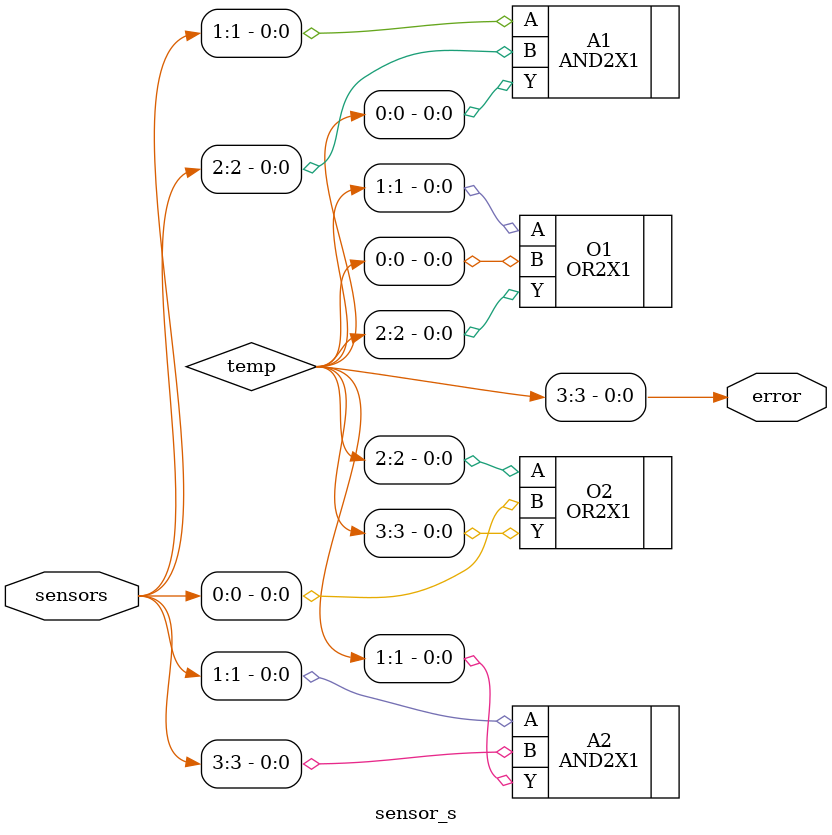
<source format=sv>
module sensor_s (
    input wire [3:0] sensors,
    output wire error
);
    wire [3:0] temp;

    AND2X1 A1 (.Y(temp[0]), .A(sensors[1]), .B(sensors[2]));
    AND2X1 A2 (.Y(temp[1]), .A(sensors[1]), .B(sensors[3]));
    OR2X1 O1 (.Y(temp[2]), .A(temp[1]), .B(temp[0]));
    OR2X1 O2 (.Y(temp[3]), .A(temp[2]), .B(sensors[0]));

    assign error = temp[3];

endmodule
</source>
